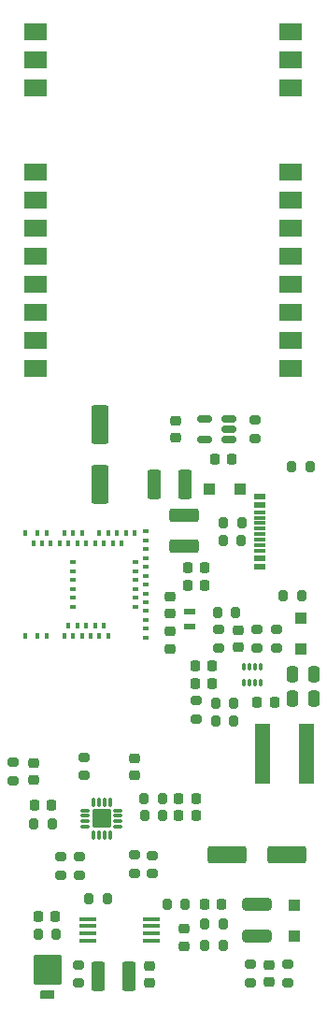
<source format=gbr>
%TF.GenerationSoftware,KiCad,Pcbnew,8.0.4*%
%TF.CreationDate,2024-11-03T02:00:12+08:00*%
%TF.ProjectId,MeshtasticStick,4d657368-7461-4737-9469-63537469636b,rev?*%
%TF.SameCoordinates,Original*%
%TF.FileFunction,Paste,Top*%
%TF.FilePolarity,Positive*%
%FSLAX46Y46*%
G04 Gerber Fmt 4.6, Leading zero omitted, Abs format (unit mm)*
G04 Created by KiCad (PCBNEW 8.0.4) date 2024-11-03 02:00:12*
%MOMM*%
%LPD*%
G01*
G04 APERTURE LIST*
G04 Aperture macros list*
%AMRoundRect*
0 Rectangle with rounded corners*
0 $1 Rounding radius*
0 $2 $3 $4 $5 $6 $7 $8 $9 X,Y pos of 4 corners*
0 Add a 4 corners polygon primitive as box body*
4,1,4,$2,$3,$4,$5,$6,$7,$8,$9,$2,$3,0*
0 Add four circle primitives for the rounded corners*
1,1,$1+$1,$2,$3*
1,1,$1+$1,$4,$5*
1,1,$1+$1,$6,$7*
1,1,$1+$1,$8,$9*
0 Add four rect primitives between the rounded corners*
20,1,$1+$1,$2,$3,$4,$5,0*
20,1,$1+$1,$4,$5,$6,$7,0*
20,1,$1+$1,$6,$7,$8,$9,0*
20,1,$1+$1,$8,$9,$2,$3,0*%
G04 Aperture macros list end*
%ADD10RoundRect,0.200000X0.275000X-0.200000X0.275000X0.200000X-0.275000X0.200000X-0.275000X-0.200000X0*%
%ADD11RoundRect,0.225000X0.225000X0.250000X-0.225000X0.250000X-0.225000X-0.250000X0.225000X-0.250000X0*%
%ADD12RoundRect,0.225000X-0.225000X-0.250000X0.225000X-0.250000X0.225000X0.250000X-0.225000X0.250000X0*%
%ADD13RoundRect,0.200000X-0.200000X-0.275000X0.200000X-0.275000X0.200000X0.275000X-0.200000X0.275000X0*%
%ADD14RoundRect,0.225000X0.250000X-0.225000X0.250000X0.225000X-0.250000X0.225000X-0.250000X-0.225000X0*%
%ADD15RoundRect,0.250000X-0.250000X-0.475000X0.250000X-0.475000X0.250000X0.475000X-0.250000X0.475000X0*%
%ADD16RoundRect,0.200000X0.200000X0.275000X-0.200000X0.275000X-0.200000X-0.275000X0.200000X-0.275000X0*%
%ADD17RoundRect,0.050000X0.100000X-0.285000X0.100000X0.285000X-0.100000X0.285000X-0.100000X-0.285000X0*%
%ADD18R,1.140000X0.600000*%
%ADD19R,1.140000X0.300000*%
%ADD20RoundRect,0.250000X1.075000X-0.375000X1.075000X0.375000X-1.075000X0.375000X-1.075000X-0.375000X0*%
%ADD21R,1.430000X5.500000*%
%ADD22RoundRect,0.225000X-0.250000X0.225000X-0.250000X-0.225000X0.250000X-0.225000X0.250000X0.225000X0*%
%ADD23RoundRect,0.250000X-1.075000X0.312500X-1.075000X-0.312500X1.075000X-0.312500X1.075000X0.312500X0*%
%ADD24RoundRect,0.250000X-0.300000X0.300000X-0.300000X-0.300000X0.300000X-0.300000X0.300000X0.300000X0*%
%ADD25RoundRect,0.250000X0.375000X1.075000X-0.375000X1.075000X-0.375000X-1.075000X0.375000X-1.075000X0*%
%ADD26O,0.850000X0.300000*%
%ADD27O,0.300000X0.850000*%
%ADD28RoundRect,0.175000X0.700000X0.700000X-0.700000X0.700000X-0.700000X-0.700000X0.700000X-0.700000X0*%
%ADD29R,2.080000X1.510000*%
%ADD30RoundRect,0.102500X-0.677500X-0.102500X0.677500X-0.102500X0.677500X0.102500X-0.677500X0.102500X0*%
%ADD31RoundRect,0.218750X-0.218750X-0.256250X0.218750X-0.256250X0.218750X0.256250X-0.218750X0.256250X0*%
%ADD32RoundRect,0.200000X-0.275000X0.200000X-0.275000X-0.200000X0.275000X-0.200000X0.275000X0.200000X0*%
%ADD33RoundRect,0.250000X-0.300000X-0.300000X0.300000X-0.300000X0.300000X0.300000X-0.300000X0.300000X0*%
%ADD34R,1.100000X0.600000*%
%ADD35RoundRect,0.127000X-1.143000X1.208000X-1.143000X-1.208000X1.143000X-1.208000X1.143000X1.208000X0*%
%ADD36RoundRect,0.076200X-0.558800X0.304800X-0.558800X-0.304800X0.558800X-0.304800X0.558800X0.304800X0*%
%ADD37RoundRect,0.150000X0.512500X0.150000X-0.512500X0.150000X-0.512500X-0.150000X0.512500X-0.150000X0*%
%ADD38R,0.400000X0.600000*%
%ADD39R,0.600000X0.400000*%
%ADD40RoundRect,0.250000X-0.550000X1.500000X-0.550000X-1.500000X0.550000X-1.500000X0.550000X1.500000X0*%
%ADD41RoundRect,0.250000X-1.500000X-0.550000X1.500000X-0.550000X1.500000X0.550000X-1.500000X0.550000X0*%
G04 APERTURE END LIST*
D10*
%TO.C,R11*%
X148700000Y-160500000D03*
X148700000Y-158850000D03*
%TD*%
D11*
%TO.C,C6*%
X131050000Y-154500000D03*
X129500000Y-154500000D03*
%TD*%
D12*
%TO.C,C4*%
X143025000Y-122900000D03*
X144575000Y-122900000D03*
%TD*%
D13*
%TO.C,R5*%
X144575000Y-157100000D03*
X146225000Y-157100000D03*
%TD*%
D14*
%TO.C,C3*%
X142705000Y-157175000D03*
X142705000Y-155625000D03*
%TD*%
%TO.C,C14*%
X129100000Y-142175000D03*
X129100000Y-140625000D03*
%TD*%
D15*
%TO.C,C19*%
X152550000Y-134800000D03*
X154450000Y-134800000D03*
%TD*%
D10*
%TO.C,R16*%
X138200000Y-150600000D03*
X138200000Y-148950000D03*
%TD*%
D14*
%TO.C,C22*%
X139605000Y-160550000D03*
X139605000Y-159000000D03*
%TD*%
D16*
%TO.C,R26*%
X147225000Y-135200000D03*
X145575000Y-135200000D03*
%TD*%
D13*
%TO.C,R2*%
X151675000Y-125500000D03*
X153325000Y-125500000D03*
%TD*%
D14*
%TO.C,C9*%
X141400000Y-127075000D03*
X141400000Y-125525000D03*
%TD*%
D17*
%TO.C,U6*%
X148100000Y-133380000D03*
X148600000Y-133380000D03*
X149100000Y-133380000D03*
X149600000Y-133380000D03*
X149600000Y-131900000D03*
X149100000Y-131900000D03*
X148600000Y-131900000D03*
X148100000Y-131900000D03*
%TD*%
D18*
%TO.C,J1*%
X149555000Y-122852400D03*
X149555000Y-122052400D03*
D19*
X149555000Y-120902400D03*
X149555000Y-119902400D03*
X149555000Y-119402400D03*
X149555000Y-118402400D03*
D18*
X149555000Y-116452400D03*
X149555000Y-117252400D03*
D19*
X149555000Y-117902400D03*
X149555000Y-118902400D03*
X149555000Y-120402400D03*
X149555000Y-121402400D03*
%TD*%
D20*
%TO.C,L1*%
X142700000Y-121000000D03*
X142700000Y-118200000D03*
%TD*%
D16*
%TO.C,R20*%
X142825000Y-153400000D03*
X141175000Y-153400000D03*
%TD*%
D21*
%TO.C,L3*%
X149780000Y-139800000D03*
X153820000Y-139800000D03*
%TD*%
D10*
%TO.C,R15*%
X133600000Y-141725000D03*
X133600000Y-140075000D03*
%TD*%
D22*
%TO.C,C10*%
X141400000Y-128725000D03*
X141400000Y-130275000D03*
%TD*%
D23*
%TO.C,R8*%
X149300000Y-153400000D03*
X149300000Y-156325000D03*
%TD*%
D16*
%TO.C,R27*%
X147358332Y-126975000D03*
X145708332Y-126975000D03*
%TD*%
D14*
%TO.C,C21*%
X147566666Y-130150000D03*
X147566666Y-128600000D03*
%TD*%
D24*
%TO.C,D3*%
X153300000Y-127500000D03*
X153300000Y-130300000D03*
%TD*%
D25*
%TO.C,F1*%
X142800000Y-115400000D03*
X140000000Y-115400000D03*
%TD*%
D16*
%TO.C,R13*%
X147925000Y-118900000D03*
X146275000Y-118900000D03*
%TD*%
D11*
%TO.C,C17*%
X145275000Y-131800000D03*
X143725000Y-131800000D03*
%TD*%
D10*
%TO.C,R18*%
X139800000Y-150650000D03*
X139800000Y-149000000D03*
%TD*%
%TO.C,R21*%
X133200000Y-150750000D03*
X133200000Y-149100000D03*
%TD*%
D26*
%TO.C,U5*%
X136700000Y-146400000D03*
X136700000Y-145900000D03*
X136700000Y-145400000D03*
X136700000Y-144900000D03*
D27*
X135970000Y-144170000D03*
X135470000Y-144170000D03*
X134970000Y-144170000D03*
X134470000Y-144170000D03*
D26*
X133740000Y-144900000D03*
X133740000Y-145400000D03*
X133740000Y-145900000D03*
X133740000Y-146400000D03*
D27*
X134470000Y-147130000D03*
X134970000Y-147130000D03*
X135470000Y-147130000D03*
X135970000Y-147130000D03*
D28*
X135220000Y-145650000D03*
%TD*%
D15*
%TO.C,C20*%
X152550000Y-132600000D03*
X154450000Y-132600000D03*
%TD*%
D16*
%TO.C,R29*%
X140750000Y-145400000D03*
X139100000Y-145400000D03*
%TD*%
D10*
%TO.C,R23*%
X151100000Y-130200000D03*
X151100000Y-128550000D03*
%TD*%
D29*
%TO.C,U3*%
X129217200Y-74445000D03*
X129217200Y-76985000D03*
X129217200Y-79525000D03*
X129217200Y-87125000D03*
X129217200Y-89665000D03*
X129217200Y-92205000D03*
X129217200Y-94745000D03*
X129217200Y-97285000D03*
X129217200Y-99825000D03*
X129217200Y-102365000D03*
X129217200Y-104905000D03*
X152367200Y-104905000D03*
X152367200Y-102365000D03*
X152367200Y-99825000D03*
X152367200Y-97285000D03*
X152367200Y-94745000D03*
X152367200Y-92205000D03*
X152367200Y-89665000D03*
X152367200Y-87125000D03*
X152367200Y-79525000D03*
X152367200Y-76985000D03*
X152367200Y-74445000D03*
%TD*%
D10*
%TO.C,R17*%
X131500000Y-150750000D03*
X131500000Y-149100000D03*
%TD*%
D30*
%TO.C,U2*%
X134008402Y-154743402D03*
X134008402Y-155393402D03*
X134008402Y-156043402D03*
X134008402Y-156693402D03*
X139768402Y-156693402D03*
X139768402Y-156043402D03*
X139768402Y-155393402D03*
X139768402Y-154743402D03*
%TD*%
D10*
%TO.C,R30*%
X143800000Y-136625000D03*
X143800000Y-134975000D03*
%TD*%
D13*
%TO.C,R3*%
X152475000Y-113800000D03*
X154125000Y-113800000D03*
%TD*%
D31*
%TO.C,D4*%
X142187500Y-143800000D03*
X143762500Y-143800000D03*
%TD*%
D13*
%TO.C,R14*%
X129075000Y-146100000D03*
X130725000Y-146100000D03*
%TD*%
D32*
%TO.C,R24*%
X145800000Y-128550000D03*
X145800000Y-130200000D03*
%TD*%
D11*
%TO.C,C2*%
X147000000Y-113100000D03*
X145450000Y-113100000D03*
%TD*%
D32*
%TO.C,R10*%
X152100000Y-158850000D03*
X152100000Y-160500000D03*
%TD*%
D22*
%TO.C,C11*%
X150400000Y-158900000D03*
X150400000Y-160450000D03*
%TD*%
D32*
%TO.C,R25*%
X149333332Y-128550000D03*
X149333332Y-130200000D03*
%TD*%
D33*
%TO.C,D1*%
X145000000Y-115800000D03*
X147800000Y-115800000D03*
%TD*%
D13*
%TO.C,R4*%
X144575000Y-155200000D03*
X146225000Y-155200000D03*
%TD*%
D34*
%TO.C,Y1*%
X143200000Y-126900000D03*
X143200000Y-128300000D03*
%TD*%
D11*
%TO.C,C15*%
X130675000Y-144400000D03*
X129125000Y-144400000D03*
%TD*%
D32*
%TO.C,R19*%
X127200000Y-140575000D03*
X127200000Y-142225000D03*
%TD*%
D14*
%TO.C,C1*%
X141900000Y-111150000D03*
X141900000Y-109600000D03*
%TD*%
D10*
%TO.C,R1*%
X149100000Y-111225000D03*
X149100000Y-109575000D03*
%TD*%
D25*
%TO.C,L2*%
X137705000Y-159900000D03*
X134905000Y-159900000D03*
%TD*%
D16*
%TO.C,R12*%
X147900000Y-120500000D03*
X146250000Y-120500000D03*
%TD*%
%TO.C,R9*%
X135750000Y-152900000D03*
X134100000Y-152900000D03*
%TD*%
D14*
%TO.C,C13*%
X138176000Y-141715000D03*
X138176000Y-140165000D03*
%TD*%
D13*
%TO.C,R22*%
X145575000Y-136800000D03*
X147225000Y-136800000D03*
%TD*%
D35*
%TO.C,D2*%
X130300000Y-159303000D03*
D36*
X130300000Y-161654000D03*
%TD*%
D10*
%TO.C,R6*%
X133105000Y-160550000D03*
X133105000Y-158900000D03*
%TD*%
D11*
%TO.C,C18*%
X145275000Y-133400000D03*
X143725000Y-133400000D03*
%TD*%
D37*
%TO.C,U1*%
X146800000Y-111350000D03*
X146800000Y-110400000D03*
X146800000Y-109450000D03*
X144525000Y-109450000D03*
X144525000Y-111350000D03*
%TD*%
D11*
%TO.C,C8*%
X146075000Y-153400000D03*
X144525000Y-153400000D03*
%TD*%
D38*
%TO.C,U4*%
X128330000Y-129110000D03*
X129430000Y-129110000D03*
X130230000Y-129110000D03*
X131830000Y-129110000D03*
X132230000Y-128210000D03*
X132630000Y-129110000D03*
X133030000Y-128210000D03*
X133430000Y-129110000D03*
X133830000Y-128210000D03*
X134230000Y-129110000D03*
X134630000Y-128210000D03*
X135030000Y-129110000D03*
X135430000Y-128210000D03*
X135830000Y-129110000D03*
D39*
X139230000Y-129260000D03*
X139230000Y-128460000D03*
X139230000Y-127660000D03*
X139230000Y-126860000D03*
X138330000Y-126460000D03*
X139230000Y-126060000D03*
X138330000Y-125660000D03*
X139230000Y-125260000D03*
X138330000Y-124860000D03*
X139230000Y-124460000D03*
X138330000Y-124060000D03*
X139230000Y-123660000D03*
X138330000Y-123260000D03*
X139230000Y-122860000D03*
X138330000Y-122460000D03*
X139230000Y-122060000D03*
X139230000Y-121260000D03*
X139230000Y-120460000D03*
X139230000Y-119660000D03*
D38*
X138230000Y-119810000D03*
X137430000Y-119810000D03*
X137030000Y-120710000D03*
X136630000Y-119810000D03*
X136230000Y-120710000D03*
X135830000Y-119810000D03*
X135430000Y-120710000D03*
X135030000Y-119810000D03*
X134630000Y-120710000D03*
X133830000Y-120710000D03*
X133430000Y-119810000D03*
X133030000Y-120710000D03*
X132630000Y-119810000D03*
X132230000Y-120710000D03*
X131830000Y-119810000D03*
X131430000Y-120710000D03*
X130630000Y-120710000D03*
X130230000Y-119810000D03*
X129830000Y-120710000D03*
X129430000Y-119810000D03*
X129030000Y-120710000D03*
X128330000Y-119810000D03*
D39*
X132630000Y-126460000D03*
X132630000Y-125660000D03*
X132630000Y-124860000D03*
X132630000Y-124060000D03*
X132630000Y-123260000D03*
X132630000Y-122460000D03*
%TD*%
D40*
%TO.C,C7*%
X135100000Y-110000000D03*
X135100000Y-115400000D03*
%TD*%
D12*
%TO.C,C5*%
X143025000Y-124500000D03*
X144575000Y-124500000D03*
%TD*%
D31*
%TO.C,D5*%
X142200000Y-145400000D03*
X143775000Y-145400000D03*
%TD*%
D41*
%TO.C,C12*%
X146600000Y-148900000D03*
X152000000Y-148900000D03*
%TD*%
D24*
%TO.C,D6*%
X152700000Y-153500000D03*
X152700000Y-156300000D03*
%TD*%
D11*
%TO.C,C16*%
X150875000Y-135100000D03*
X149325000Y-135100000D03*
%TD*%
D16*
%TO.C,R28*%
X140725000Y-143800000D03*
X139075000Y-143800000D03*
%TD*%
%TO.C,R7*%
X131125000Y-156100000D03*
X129475000Y-156100000D03*
%TD*%
M02*

</source>
